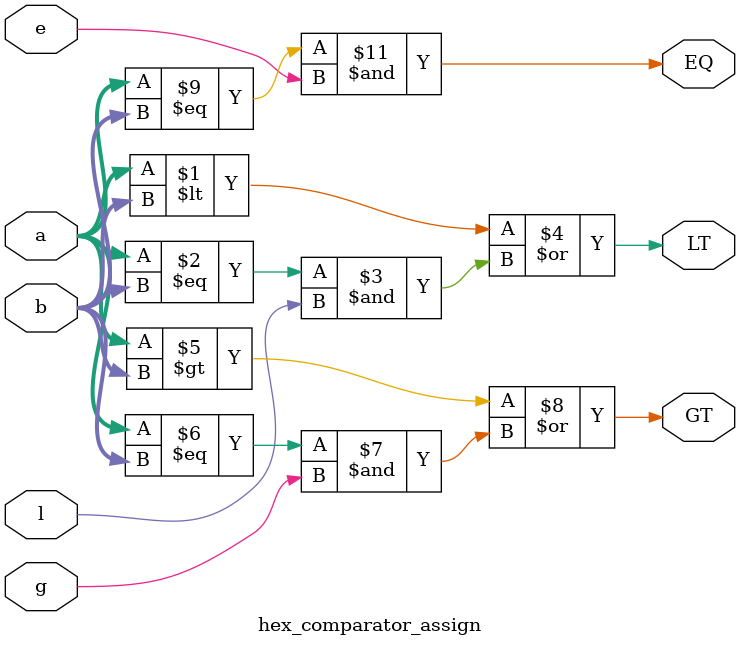
<source format=sv>
`timescale 1ns/1ns
module hex_comparator_assign(input [15:0] a,b,input e,l,g,output GT,LT,EQ);
	assign #(800,720) LT=(a<b)|((a==b)&l);
	assign #(880,848) GT=(a>b)|((a==b)&g);
	assign #(672,480) EQ=(a==b)&(e==1'b1);
endmodule
	

</source>
